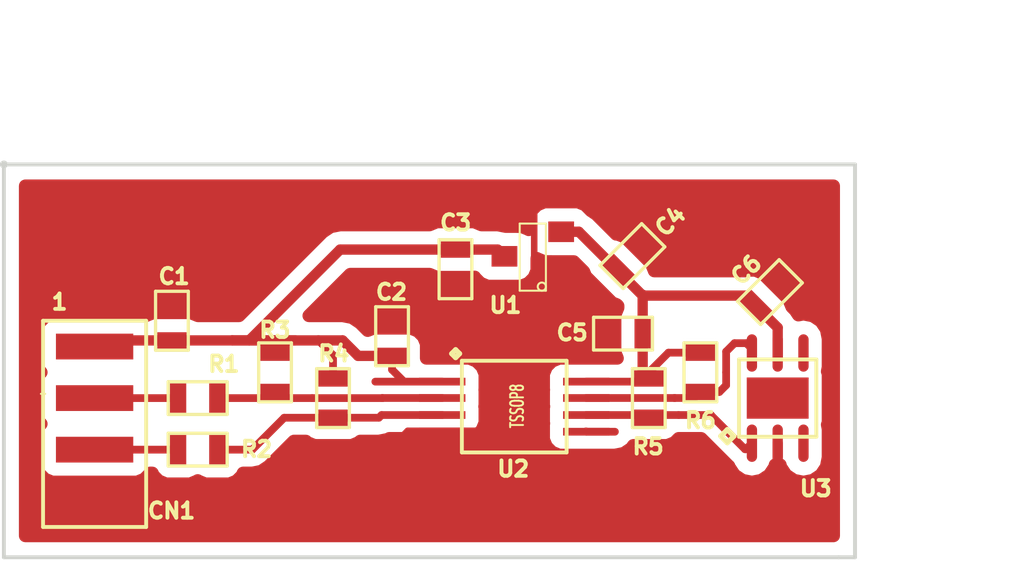
<source format=kicad_pcb>
(kicad_pcb (version 3) (host pcbnew "(2013-07-07 BZR 4022)-stable")

  (general
    (links 9)
    (no_connects 0)
    (area 27.341428 77.160001 216.498573 126.65)
    (thickness 1.6)
    (drawings 17)
    (tracks 81)
    (zones 0)
    (modules 16)
    (nets 2)
  )

  (page A4)
  (layers
    (15 Gorna signal)
    (0 Dolna signal)
    (16 Kleju_Dolna user)
    (17 Kleju_Gorna user)
    (18 Pasty_Dolna user)
    (19 Pasty_Gorna user)
    (20 Opisowa_Dolna user)
    (21 Opisowa_Gorna user)
    (22 Maski_Dolna user)
    (23 Maski_Gorna user)
    (24 Rysunkowa user)
    (25 Komentarzy user)
    (26 ECO1 user)
    (27 ECO2 user)
    (28 Krawedziowa user)
  )

  (setup
    (last_trace_width 0.254)
    (user_trace_width 0.3)
    (user_trace_width 0.35)
    (user_trace_width 0.4)
    (trace_clearance 0.254)
    (zone_clearance 0.508)
    (zone_45_only no)
    (trace_min 0.254)
    (segment_width 0.2)
    (edge_width 0.15)
    (via_size 0.889)
    (via_drill 0.635)
    (via_min_size 0.889)
    (via_min_drill 0.508)
    (uvia_size 0.508)
    (uvia_drill 0.127)
    (uvias_allowed no)
    (uvia_min_size 0.508)
    (uvia_min_drill 0.127)
    (pcb_text_width 0.3)
    (pcb_text_size 1.5 1.5)
    (mod_edge_width 0.15)
    (mod_text_size 1.5 1.5)
    (mod_text_width 0.15)
    (pad_size 1.45 0.4)
    (pad_drill 0)
    (pad_to_mask_clearance 0.1)
    (aux_axis_origin 30.48 83.185)
    (visible_elements 7FFFFFFF)
    (pcbplotparams
      (layerselection 278953984)
      (usegerberextensions true)
      (excludeedgelayer true)
      (linewidth 0.020000)
      (plotframeref false)
      (viasonmask false)
      (mode 1)
      (useauxorigin true)
      (hpglpennumber 1)
      (hpglpenspeed 20)
      (hpglpendiameter 15)
      (hpglpenoverlay 2)
      (psnegative false)
      (psa4output false)
      (plotreference true)
      (plotvalue true)
      (plotothertext true)
      (plotinvisibletext false)
      (padsonsilk false)
      (subtractmaskfromsilk true)
      (outputformat 1)
      (mirror false)
      (drillshape 0)
      (scaleselection 1)
      (outputdirectory clock_temperature_board/))
  )

  (net 0 "")
  (net 1 N-000001)

  (net_class Default "To jest domyślna klasa połączeń."
    (clearance 0.254)
    (trace_width 0.254)
    (via_dia 0.889)
    (via_drill 0.635)
    (uvia_dia 0.508)
    (uvia_drill 0.127)
    (add_net "")
    (add_net N-000001)
  )

  (module termometer_connector (layer Gorna) (tedit 59F4BAFE) (tstamp 59D9F436)
    (at 34 93.25)
    (descr "Connecteurs 1 pin")
    (tags "CONN DEV")
    (fp_text reference T (at -2 -1) (layer Opisowa_Gorna)
      (effects (font (size 0.3 0.3) (thickness 0.075)))
    )
    (fp_text value CN1 (at 2.9824 3.3716) (layer Opisowa_Gorna)
      (effects (font (size 0.6 0.6) (thickness 0.15)))
    )
    (fp_line (start -2 4) (end 2 4) (layer Opisowa_Gorna) (width 0.15))
    (fp_line (start 2 4) (end 2 -4) (layer Opisowa_Gorna) (width 0.15))
    (fp_line (start 2 -4) (end -2 -4) (layer Opisowa_Gorna) (width 0.15))
    (fp_line (start -2 -4) (end -2 4) (layer Opisowa_Gorna) (width 0.15))
    (pad 1 smd rect (at 0 -3) (size 3 1)
      (layers Gorna Pasty_Gorna Maski_Gorna)
    )
    (pad 2 smd rect (at 0 -1) (size 3 1)
      (layers Gorna Pasty_Gorna Maski_Gorna)
    )
    (pad 3 smd rect (at 0 1) (size 3 1)
      (layers Gorna Pasty_Gorna Maski_Gorna)
    )
    (pad 4 smd rect (at 0 3) (size 3 1)
      (layers Gorna Pasty_Gorna Maski_Gorna)
      (net 1 N-000001)
    )
  )

  (module SM0603 (layer Gorna) (tedit 59F4BADD) (tstamp 59DA523B)
    (at 37 89.25 90)
    (attr smd)
    (fp_text reference SM0603 (at 0 0 90) (layer Opisowa_Gorna) hide
      (effects (font (size 0.508 0.4572) (thickness 0.1143)))
    )
    (fp_text value C1 (at 1.7216 0.084 180) (layer Opisowa_Gorna)
      (effects (font (size 0.6 0.6) (thickness 0.15)))
    )
    (fp_line (start -1.143 -0.635) (end 1.143 -0.635) (layer Opisowa_Gorna) (width 0.127))
    (fp_line (start 1.143 -0.635) (end 1.143 0.635) (layer Opisowa_Gorna) (width 0.127))
    (fp_line (start 1.143 0.635) (end -1.143 0.635) (layer Opisowa_Gorna) (width 0.127))
    (fp_line (start -1.143 0.635) (end -1.143 -0.635) (layer Opisowa_Gorna) (width 0.127))
    (pad 1 smd rect (at -0.762 0 90) (size 0.635 1.143)
      (layers Gorna Pasty_Gorna Maski_Gorna)
    )
    (pad 2 smd rect (at 0.762 0 90) (size 0.635 1.143)
      (layers Gorna Pasty_Gorna Maski_Gorna)
      (net 1 N-000001)
    )
    (model smd\resistors\R0603.wrl
      (at (xyz 0 0 0.001))
      (scale (xyz 0.5 0.5 0.5))
      (rotate (xyz 0 0 0))
    )
  )

  (module TSSOP8 (layer Gorna) (tedit 59F4BB9C) (tstamp 59DAB041)
    (at 50.28 92.58 270)
    (attr smd)
    (fp_text reference TSSOP8 (at -0.0224 -0.1136 270) (layer Opisowa_Gorna)
      (effects (font (size 0.5 0.3) (thickness 0.075)))
    )
    (fp_text value U2 (at 2.416 0.0388 360) (layer Opisowa_Gorna)
      (effects (font (size 0.6 0.6) (thickness 0.15)))
    )
    (fp_line (start -1.778 -2.032) (end 1.778 -2.032) (layer Opisowa_Gorna) (width 0.15))
    (fp_line (start 1.778 -2.032) (end 1.778 2.032) (layer Opisowa_Gorna) (width 0.15))
    (fp_line (start 1.778 2.032) (end -1.778 2.032) (layer Opisowa_Gorna) (width 0.15))
    (fp_line (start -1.778 2.032) (end -1.778 -2.032) (layer Opisowa_Gorna) (width 0.15))
    (pad 1 smd rect (at -0.9685 2.794 270) (size 0.29972 1.8)
      (layers Gorna Pasty_Gorna Maski_Gorna)
    )
    (pad 2 smd rect (at -0.3335 2.794 270) (size 0.29972 1.8)
      (layers Gorna Pasty_Gorna Maski_Gorna)
    )
    (pad 3 smd rect (at 0.3269 2.794 270) (size 0.29972 1.8)
      (layers Gorna Pasty_Gorna Maski_Gorna)
    )
    (pad 4 smd rect (at 0.9619 2.794 270) (size 0.29972 1.8)
      (layers Gorna Pasty_Gorna Maski_Gorna)
      (net 1 N-000001)
    )
    (pad 5 smd rect (at 0.9746 -2.794 270) (size 0.29972 1.8)
      (layers Gorna Pasty_Gorna Maski_Gorna)
    )
    (pad 6 smd rect (at 0.3269 -2.794 270) (size 0.29972 1.8)
      (layers Gorna Pasty_Gorna Maski_Gorna)
    )
    (pad 7 smd rect (at -0.3335 -2.794 270) (size 0.29972 1.8)
      (layers Gorna Pasty_Gorna Maski_Gorna)
    )
    (pad 8 smd rect (at -0.9685 -2.794 270) (size 0.29972 1.8)
      (layers Gorna Pasty_Gorna Maski_Gorna)
    )
    (model smd\smd_dil\tssop-14.wrl
      (at (xyz 0 0 0))
      (scale (xyz 1 1 1))
      (rotate (xyz 0 0 0))
    )
  )

  (module SM0603 (layer Gorna) (tedit 59F4BAE6) (tstamp 59DAB05A)
    (at 38 92.25)
    (attr smd)
    (fp_text reference SM0603 (at 0 0) (layer Opisowa_Gorna) hide
      (effects (font (size 0.508 0.4572) (thickness 0.1143)))
    )
    (fp_text value R1 (at 1.0144 -1.318) (layer Opisowa_Gorna)
      (effects (font (size 0.6 0.6) (thickness 0.15)))
    )
    (fp_line (start -1.143 -0.635) (end 1.143 -0.635) (layer Opisowa_Gorna) (width 0.127))
    (fp_line (start 1.143 -0.635) (end 1.143 0.635) (layer Opisowa_Gorna) (width 0.127))
    (fp_line (start 1.143 0.635) (end -1.143 0.635) (layer Opisowa_Gorna) (width 0.127))
    (fp_line (start -1.143 0.635) (end -1.143 -0.635) (layer Opisowa_Gorna) (width 0.127))
    (pad 1 smd rect (at -0.762 0) (size 0.635 1.143)
      (layers Gorna Pasty_Gorna Maski_Gorna)
    )
    (pad 2 smd rect (at 0.762 0) (size 0.635 1.143)
      (layers Gorna Pasty_Gorna Maski_Gorna)
    )
    (model smd\resistors\R0603.wrl
      (at (xyz 0 0 0.001))
      (scale (xyz 0.5 0.5 0.5))
      (rotate (xyz 0 0 0))
    )
  )

  (module SM0603 (layer Gorna) (tedit 59F4BB09) (tstamp 59DAB06D)
    (at 38 94.25)
    (attr smd)
    (fp_text reference SM0603 (at 0 0) (layer Opisowa_Gorna) hide
      (effects (font (size 0.508 0.4572) (thickness 0.1143)))
    )
    (fp_text value R2 (at 2.2844 -0.016) (layer Opisowa_Gorna)
      (effects (font (size 0.6 0.6) (thickness 0.15)))
    )
    (fp_line (start -1.143 -0.635) (end 1.143 -0.635) (layer Opisowa_Gorna) (width 0.127))
    (fp_line (start 1.143 -0.635) (end 1.143 0.635) (layer Opisowa_Gorna) (width 0.127))
    (fp_line (start 1.143 0.635) (end -1.143 0.635) (layer Opisowa_Gorna) (width 0.127))
    (fp_line (start -1.143 0.635) (end -1.143 -0.635) (layer Opisowa_Gorna) (width 0.127))
    (pad 1 smd rect (at -0.762 0) (size 0.635 1.143)
      (layers Gorna Pasty_Gorna Maski_Gorna)
    )
    (pad 2 smd rect (at 0.762 0) (size 0.635 1.143)
      (layers Gorna Pasty_Gorna Maski_Gorna)
    )
    (model smd\resistors\R0603.wrl
      (at (xyz 0 0 0.001))
      (scale (xyz 0.5 0.5 0.5))
      (rotate (xyz 0 0 0))
    )
  )

  (module SM0603 (layer Gorna) (tedit 59F4BB3D) (tstamp 59DAB084)
    (at 41 91.25 90)
    (attr smd)
    (fp_text reference SM0603 (at 0 0 90) (layer Opisowa_Gorna) hide
      (effects (font (size 0.508 0.4572) (thickness 0.1143)))
    )
    (fp_text value R3 (at 1.6388 -0.0044 180) (layer Opisowa_Gorna)
      (effects (font (size 0.6 0.6) (thickness 0.15)))
    )
    (fp_line (start -1.143 -0.635) (end 1.143 -0.635) (layer Opisowa_Gorna) (width 0.127))
    (fp_line (start 1.143 -0.635) (end 1.143 0.635) (layer Opisowa_Gorna) (width 0.127))
    (fp_line (start 1.143 0.635) (end -1.143 0.635) (layer Opisowa_Gorna) (width 0.127))
    (fp_line (start -1.143 0.635) (end -1.143 -0.635) (layer Opisowa_Gorna) (width 0.127))
    (pad 1 smd rect (at -0.762 0 90) (size 0.635 1.143)
      (layers Gorna Pasty_Gorna Maski_Gorna)
    )
    (pad 2 smd rect (at 0.762 0 90) (size 0.635 1.143)
      (layers Gorna Pasty_Gorna Maski_Gorna)
    )
    (model smd\resistors\R0603.wrl
      (at (xyz 0 0 0.001))
      (scale (xyz 0.5 0.5 0.5))
      (rotate (xyz 0 0 0))
    )
  )

  (module SM0603 (layer Gorna) (tedit 59F4BB6E) (tstamp 59DAB0E2)
    (at 43.25 92.25 90)
    (attr smd)
    (fp_text reference SM0603 (at 0 0 90) (layer Opisowa_Gorna) hide
      (effects (font (size 0.508 0.4572) (thickness 0.1143)))
    )
    (fp_text value R4 (at 1.7244 0.0316 180) (layer Opisowa_Gorna)
      (effects (font (size 0.6 0.6) (thickness 0.15)))
    )
    (fp_line (start -1.143 -0.635) (end 1.143 -0.635) (layer Opisowa_Gorna) (width 0.127))
    (fp_line (start 1.143 -0.635) (end 1.143 0.635) (layer Opisowa_Gorna) (width 0.127))
    (fp_line (start 1.143 0.635) (end -1.143 0.635) (layer Opisowa_Gorna) (width 0.127))
    (fp_line (start -1.143 0.635) (end -1.143 -0.635) (layer Opisowa_Gorna) (width 0.127))
    (pad 1 smd rect (at -0.762 0 90) (size 0.635 1.143)
      (layers Gorna Pasty_Gorna Maski_Gorna)
    )
    (pad 2 smd rect (at 0.762 0 90) (size 0.635 1.143)
      (layers Gorna Pasty_Gorna Maski_Gorna)
    )
    (model smd\resistors\R0603.wrl
      (at (xyz 0 0 0.001))
      (scale (xyz 0.5 0.5 0.5))
      (rotate (xyz 0 0 0))
    )
  )

  (module SM0603 (layer Gorna) (tedit 59F4BBC8) (tstamp 59DAB150)
    (at 45.54 89.85 90)
    (attr smd)
    (fp_text reference SM0603 (at 0 0 90) (layer Opisowa_Gorna) hide
      (effects (font (size 0.508 0.4572) (thickness 0.1143)))
    )
    (fp_text value C2 (at 1.712 -0.0232 180) (layer Opisowa_Gorna)
      (effects (font (size 0.6 0.6) (thickness 0.15)))
    )
    (fp_line (start -1.143 -0.635) (end 1.143 -0.635) (layer Opisowa_Gorna) (width 0.127))
    (fp_line (start 1.143 -0.635) (end 1.143 0.635) (layer Opisowa_Gorna) (width 0.127))
    (fp_line (start 1.143 0.635) (end -1.143 0.635) (layer Opisowa_Gorna) (width 0.127))
    (fp_line (start -1.143 0.635) (end -1.143 -0.635) (layer Opisowa_Gorna) (width 0.127))
    (pad 1 smd rect (at -0.762 0 90) (size 0.635 1.143)
      (layers Gorna Pasty_Gorna Maski_Gorna)
    )
    (pad 2 smd rect (at 0.762 0 90) (size 0.635 1.143)
      (layers Gorna Pasty_Gorna Maski_Gorna)
      (net 1 N-000001)
    )
    (model smd\resistors\R0603.wrl
      (at (xyz 0 0 0.001))
      (scale (xyz 0.5 0.5 0.5))
      (rotate (xyz 0 0 0))
    )
  )

  (module SOT23 (layer Gorna) (tedit 59F4BC3D) (tstamp 59DB6DC1)
    (at 51 86.75 90)
    (tags SOT23)
    (fp_text reference SOT23 (at 1.99898 -0.09906 180) (layer Opisowa_Gorna) hide
      (effects (font (size 0.762 0.762) (thickness 0.11938)))
    )
    (fp_text value U1 (at -1.896 -1.0636 180) (layer Opisowa_Gorna)
      (effects (font (size 0.6 0.6) (thickness 0.15)))
    )
    (fp_circle (center -1.17602 0.35052) (end -1.30048 0.44958) (layer Opisowa_Gorna) (width 0.07874))
    (fp_line (start 1.27 -0.508) (end 1.27 0.508) (layer Opisowa_Gorna) (width 0.07874))
    (fp_line (start -1.3335 -0.508) (end -1.3335 0.508) (layer Opisowa_Gorna) (width 0.07874))
    (fp_line (start 1.27 0.508) (end -1.3335 0.508) (layer Opisowa_Gorna) (width 0.07874))
    (fp_line (start -1.3335 -0.508) (end 1.27 -0.508) (layer Opisowa_Gorna) (width 0.07874))
    (pad 3 smd rect (at 0 -1.09982 90) (size 0.8001 1.00076)
      (layers Gorna Pasty_Gorna Maski_Gorna)
    )
    (pad 2 smd rect (at 0.9525 1.09982 90) (size 0.8001 1.00076)
      (layers Gorna Pasty_Gorna Maski_Gorna)
    )
    (pad 1 smd rect (at -0.9525 1.09982 90) (size 0.8001 1.00076)
      (layers Gorna Pasty_Gorna Maski_Gorna)
      (net 1 N-000001)
    )
    (model smd\SOT23_3.wrl
      (at (xyz 0 0 0))
      (scale (xyz 0.4 0.4 0.4))
      (rotate (xyz 0 0 180))
    )
  )

  (module SM0603 (layer Gorna) (tedit 59F4BC0B) (tstamp 59F50B5C)
    (at 48 87.25 90)
    (attr smd)
    (fp_text reference SM0603 (at 0 0 90) (layer Opisowa_Gorna) hide
      (effects (font (size 0.508 0.4572) (thickness 0.1143)))
    )
    (fp_text value C3 (at 1.8044 0.006 180) (layer Opisowa_Gorna)
      (effects (font (size 0.6 0.6) (thickness 0.15)))
    )
    (fp_line (start -1.143 -0.635) (end 1.143 -0.635) (layer Opisowa_Gorna) (width 0.127))
    (fp_line (start 1.143 -0.635) (end 1.143 0.635) (layer Opisowa_Gorna) (width 0.127))
    (fp_line (start 1.143 0.635) (end -1.143 0.635) (layer Opisowa_Gorna) (width 0.127))
    (fp_line (start -1.143 0.635) (end -1.143 -0.635) (layer Opisowa_Gorna) (width 0.127))
    (pad 1 smd rect (at -0.762 0 90) (size 0.635 1.143)
      (layers Gorna Pasty_Gorna Maski_Gorna)
      (net 1 N-000001)
    )
    (pad 2 smd rect (at 0.762 0 90) (size 0.635 1.143)
      (layers Gorna Pasty_Gorna Maski_Gorna)
    )
    (model smd\resistors\R0603.wrl
      (at (xyz 0 0 0.001))
      (scale (xyz 0.5 0.5 0.5))
      (rotate (xyz 0 0 0))
    )
  )

  (module SM0603 (layer Gorna) (tedit 59F4BC7B) (tstamp 59DB6E9D)
    (at 55.5 92.25 90)
    (attr smd)
    (fp_text reference SM0603 (at 0 0 90) (layer Opisowa_Gorna) hide
      (effects (font (size 0.508 0.4572) (thickness 0.1143)))
    )
    (fp_text value R5 (at -1.8824 -0.0264 180) (layer Opisowa_Gorna)
      (effects (font (size 0.6 0.6) (thickness 0.15)))
    )
    (fp_line (start -1.143 -0.635) (end 1.143 -0.635) (layer Opisowa_Gorna) (width 0.127))
    (fp_line (start 1.143 -0.635) (end 1.143 0.635) (layer Opisowa_Gorna) (width 0.127))
    (fp_line (start 1.143 0.635) (end -1.143 0.635) (layer Opisowa_Gorna) (width 0.127))
    (fp_line (start -1.143 0.635) (end -1.143 -0.635) (layer Opisowa_Gorna) (width 0.127))
    (pad 1 smd rect (at -0.762 0 90) (size 0.635 1.143)
      (layers Gorna Pasty_Gorna Maski_Gorna)
    )
    (pad 2 smd rect (at 0.762 0 90) (size 0.635 1.143)
      (layers Gorna Pasty_Gorna Maski_Gorna)
    )
    (model smd\resistors\R0603.wrl
      (at (xyz 0 0 0.001))
      (scale (xyz 0.5 0.5 0.5))
      (rotate (xyz 0 0 0))
    )
  )

  (module SM0603 (layer Gorna) (tedit 59F4BD07) (tstamp 59DB6EB0)
    (at 57.5 91.25 90)
    (attr smd)
    (fp_text reference SM0603 (at 0 0 90) (layer Opisowa_Gorna) hide
      (effects (font (size 0.508 0.4572) (thickness 0.1143)))
    )
    (fp_text value R6 (at -1.8664 0.0056 180) (layer Opisowa_Gorna)
      (effects (font (size 0.6 0.6) (thickness 0.15)))
    )
    (fp_line (start -1.143 -0.635) (end 1.143 -0.635) (layer Opisowa_Gorna) (width 0.127))
    (fp_line (start 1.143 -0.635) (end 1.143 0.635) (layer Opisowa_Gorna) (width 0.127))
    (fp_line (start 1.143 0.635) (end -1.143 0.635) (layer Opisowa_Gorna) (width 0.127))
    (fp_line (start -1.143 0.635) (end -1.143 -0.635) (layer Opisowa_Gorna) (width 0.127))
    (pad 1 smd rect (at -0.762 0 90) (size 0.635 1.143)
      (layers Gorna Pasty_Gorna Maski_Gorna)
    )
    (pad 2 smd rect (at 0.762 0 90) (size 0.635 1.143)
      (layers Gorna Pasty_Gorna Maski_Gorna)
    )
    (model smd\resistors\R0603.wrl
      (at (xyz 0 0 0.001))
      (scale (xyz 0.5 0.5 0.5))
      (rotate (xyz 0 0 0))
    )
  )

  (module SM0603 (layer Gorna) (tedit 59F4BCFC) (tstamp 59DB6EEC)
    (at 54.5 89.75)
    (attr smd)
    (fp_text reference SM0603 (at 0 0) (layer Opisowa_Gorna) hide
      (effects (font (size 0.508 0.4572) (thickness 0.1143)))
    )
    (fp_text value C5 (at -1.9728 -0.0372) (layer Opisowa_Gorna)
      (effects (font (size 0.6 0.6) (thickness 0.15)))
    )
    (fp_line (start -1.143 -0.635) (end 1.143 -0.635) (layer Opisowa_Gorna) (width 0.127))
    (fp_line (start 1.143 -0.635) (end 1.143 0.635) (layer Opisowa_Gorna) (width 0.127))
    (fp_line (start 1.143 0.635) (end -1.143 0.635) (layer Opisowa_Gorna) (width 0.127))
    (fp_line (start -1.143 0.635) (end -1.143 -0.635) (layer Opisowa_Gorna) (width 0.127))
    (pad 1 smd rect (at -0.762 0) (size 0.635 1.143)
      (layers Gorna Pasty_Gorna Maski_Gorna)
      (net 1 N-000001)
    )
    (pad 2 smd rect (at 0.762 0) (size 0.635 1.143)
      (layers Gorna Pasty_Gorna Maski_Gorna)
    )
    (model smd\resistors\R0603.wrl
      (at (xyz 0 0 0.001))
      (scale (xyz 0.5 0.5 0.5))
      (rotate (xyz 0 0 0))
    )
  )

  (module SM0603 (layer Gorna) (tedit 59F4BD38) (tstamp 59DB6F30)
    (at 60.198 88.138 45)
    (attr smd)
    (fp_text reference SM0603 (at 0 0 45) (layer Opisowa_Gorna) hide
      (effects (font (size 0.508 0.4572) (thickness 0.1143)))
    )
    (fp_text value C6 (at -0.035921 -1.257236 45) (layer Opisowa_Gorna)
      (effects (font (size 0.6 0.6) (thickness 0.15)))
    )
    (fp_line (start -1.143 -0.635) (end 1.143 -0.635) (layer Opisowa_Gorna) (width 0.127))
    (fp_line (start 1.143 -0.635) (end 1.143 0.635) (layer Opisowa_Gorna) (width 0.127))
    (fp_line (start 1.143 0.635) (end -1.143 0.635) (layer Opisowa_Gorna) (width 0.127))
    (fp_line (start -1.143 0.635) (end -1.143 -0.635) (layer Opisowa_Gorna) (width 0.127))
    (pad 1 smd rect (at -0.762 0 45) (size 0.635 1.143)
      (layers Gorna Pasty_Gorna Maski_Gorna)
    )
    (pad 2 smd rect (at 0.762 0 45) (size 0.635 1.143)
      (layers Gorna Pasty_Gorna Maski_Gorna)
      (net 1 N-000001)
    )
    (model smd\resistors\R0603.wrl
      (at (xyz 0 0 0.001))
      (scale (xyz 0.5 0.5 0.5))
      (rotate (xyz 0 0 0))
    )
  )

  (module SM0603 (layer Gorna) (tedit 59F4BCD3) (tstamp 59DB6FD0)
    (at 54.864 86.741 225)
    (attr smd)
    (fp_text reference SM0603 (at 0 0 225) (layer Opisowa_Gorna) hide
      (effects (font (size 0.508 0.4572) (thickness 0.1143)))
    )
    (fp_text value C4 (at -1.993617 -0.089803 225) (layer Opisowa_Gorna)
      (effects (font (size 0.6 0.6) (thickness 0.15)))
    )
    (fp_line (start -1.143 -0.635) (end 1.143 -0.635) (layer Opisowa_Gorna) (width 0.127))
    (fp_line (start 1.143 -0.635) (end 1.143 0.635) (layer Opisowa_Gorna) (width 0.127))
    (fp_line (start 1.143 0.635) (end -1.143 0.635) (layer Opisowa_Gorna) (width 0.127))
    (fp_line (start -1.143 0.635) (end -1.143 -0.635) (layer Opisowa_Gorna) (width 0.127))
    (pad 1 smd rect (at -0.761999 0 225) (size 0.635 1.143)
      (layers Gorna Pasty_Gorna Maski_Gorna)
      (net 1 N-000001)
    )
    (pad 2 smd rect (at 0.762 0 225) (size 0.635 1.143)
      (layers Gorna Pasty_Gorna Maski_Gorna)
    )
    (model smd\resistors\R0603.wrl
      (at (xyz 0 0 0.001))
      (scale (xyz 0.5 0.5 0.5))
      (rotate (xyz 0 0 0))
    )
  )

  (module DFN6 (layer Gorna) (tedit 59F4BD7D) (tstamp 59F50934)
    (at 60.5 92.25 90)
    (descr "Connecteurs 2 pins")
    (tags "CONN DEV")
    (fp_text reference DFN6 (at 0 -0.8 90) (layer Opisowa_Gorna) hide
      (effects (font (size 0.3 0.3) (thickness 0.075)))
    )
    (fp_text value U3 (at -3.508 1.476 180) (layer Opisowa_Gorna)
      (effects (font (size 0.6 0.6) (thickness 0.15)))
    )
    (fp_line (start 1.5 -1.5) (end 1.5 1.5) (layer Opisowa_Gorna) (width 0.15))
    (fp_line (start 1.5 1.5) (end -1.5 1.5) (layer Opisowa_Gorna) (width 0.15))
    (fp_line (start -1.5 1.5) (end -1.5 -1.5) (layer Opisowa_Gorna) (width 0.15))
    (fp_line (start -1.5 -1.5) (end 1.5 -1.5) (layer Opisowa_Gorna) (width 0.15))
    (pad 5 smd oval (at 1.75 0 90) (size 1.45 0.4)
      (layers Gorna Pasty_Gorna Maski_Gorna)
    )
    (pad 4 smd oval (at 1.75 1 90) (size 1.45 0.4)
      (layers Gorna Pasty_Gorna Maski_Gorna)
    )
    (pad 6 smd oval (at 1.75 -1 90) (size 1.45 0.4)
      (layers Gorna Pasty_Gorna Maski_Gorna)
    )
    (pad 1 smd oval (at -1.75 -1 90) (size 1.45 0.4)
      (layers Gorna Pasty_Gorna Maski_Gorna)
    )
    (pad 2 smd oval (at -1.75 0 90) (size 1.45 0.4)
      (layers Gorna Pasty_Gorna Maski_Gorna)
      (net 1 N-000001)
    )
    (pad 3 smd oval (at -1.75 1 90) (size 1.45 0.4)
      (layers Gorna Pasty_Gorna Maski_Gorna)
    )
    (pad 7 smd rect (at 0 0 90) (size 1.6 2.4)
      (layers Gorna Pasty_Gorna Maski_Gorna)
    )
  )

  (dimension 15.24 (width 0.3) (layer Komentarzy)
    (gr_text "15,240 mm" (at 67.389999 90.805 270) (layer Komentarzy)
      (effects (font (size 1.5 1.5) (thickness 0.3)))
    )
    (feature1 (pts (xy 63.5 98.425) (xy 68.739999 98.425)))
    (feature2 (pts (xy 63.5 83.185) (xy 68.739999 83.185)))
    (crossbar (pts (xy 66.039999 83.185) (xy 66.039999 98.425)))
    (arrow1a (pts (xy 66.039999 98.425) (xy 65.453579 97.298497)))
    (arrow1b (pts (xy 66.039999 98.425) (xy 66.626419 97.298497)))
    (arrow2a (pts (xy 66.039999 83.185) (xy 65.453579 84.311503)))
    (arrow2b (pts (xy 66.039999 83.185) (xy 66.626419 84.311503)))
  )
  (dimension 33.02 (width 0.3) (layer Komentarzy)
    (gr_text "33,020 mm" (at 46.99 78.660001) (layer Komentarzy)
      (effects (font (size 1.5 1.5) (thickness 0.3)))
    )
    (feature1 (pts (xy 63.5 83.185) (xy 63.5 77.310001)))
    (feature2 (pts (xy 30.48 83.185) (xy 30.48 77.310001)))
    (crossbar (pts (xy 30.48 80.010001) (xy 63.5 80.010001)))
    (arrow1a (pts (xy 63.5 80.010001) (xy 62.373497 80.596421)))
    (arrow1b (pts (xy 63.5 80.010001) (xy 62.373497 79.423581)))
    (arrow2a (pts (xy 30.48 80.010001) (xy 31.606503 80.596421)))
    (arrow2b (pts (xy 30.48 80.010001) (xy 31.606503 79.423581)))
  )
  (gr_line (start 63.5 98.425) (end 63.5 83.185) (angle 90) (layer Krawedziowa) (width 0.15))
  (gr_text 1 (at 32.639 88.519) (layer Opisowa_Gorna)
    (effects (font (size 0.6 0.6) (thickness 0.15)))
  )
  (gr_line (start 58.547 93.98) (end 58.293 93.726) (angle 90) (layer Opisowa_Gorna) (width 0.2))
  (gr_line (start 58.801 93.726) (end 58.547 93.98) (angle 90) (layer Opisowa_Gorna) (width 0.2))
  (gr_line (start 58.547 93.472) (end 58.801 93.726) (angle 90) (layer Opisowa_Gorna) (width 0.2))
  (gr_line (start 58.293 93.726) (end 58.547 93.472) (angle 90) (layer Opisowa_Gorna) (width 0.2))
  (target plus (at 30.48 83.185) (size 0.005) (width 0.15) (layer Krawedziowa))
  (gr_line (start 48.1584 90.5256) (end 48.006 90.678) (angle 90) (layer Opisowa_Gorna) (width 0.2))
  (gr_line (start 48.006 90.3732) (end 48.1584 90.5256) (angle 90) (layer Opisowa_Gorna) (width 0.2))
  (gr_line (start 47.8536 90.5256) (end 48.006 90.3732) (angle 90) (layer Opisowa_Gorna) (width 0.2))
  (gr_line (start 48.006 90.678) (end 47.8536 90.5256) (angle 90) (layer Opisowa_Gorna) (width 0.2))
  (gr_line (start 30.48 83.185) (end 30.48 98.425) (angle 90) (layer Krawedziowa) (width 0.15))
  (gr_line (start 63.5 83.185) (end 30.48 83.185) (angle 90) (layer Krawedziowa) (width 0.15))
  (gr_line (start 62.865 98.425) (end 63.5 98.425) (angle 90) (layer Krawedziowa) (width 0.15))
  (gr_line (start 30.48 98.425) (end 62.865 98.425) (angle 90) (layer Krawedziowa) (width 0.15))

  (segment (start 57.912 92.9069) (end 57.912 92.9132) (width 0.3) (layer Gorna) (net 0))
  (segment (start 59.266 94.234) (end 59.5 94) (width 0.3) (layer Gorna) (net 0) (tstamp 59F50982))
  (segment (start 59.2328 94.234) (end 59.266 94.234) (width 0.3) (layer Gorna) (net 0) (tstamp 59F50981))
  (segment (start 57.912 92.9132) (end 59.2328 94.234) (width 0.3) (layer Gorna) (net 0) (tstamp 59F50980))
  (segment (start 58.5 91.25) (end 58.5 90.4456) (width 0.3) (layer Gorna) (net 0))
  (segment (start 58.238 92.012) (end 58.5 91.75) (width 0.3) (layer Gorna) (net 0) (tstamp 59DB6ED5))
  (segment (start 58.5 91.75) (end 58.5 91.25) (width 0.3) (layer Gorna) (net 0) (tstamp 59DB6ED6))
  (segment (start 57.5 92.012) (end 58.238 92.012) (width 0.3) (layer Gorna) (net 0))
  (segment (start 59.5 90.3356) (end 59.5 90.5) (width 0.3) (layer Gorna) (net 0) (tstamp 59F50978))
  (segment (start 59.2836 90.1192) (end 59.5 90.3356) (width 0.3) (layer Gorna) (net 0) (tstamp 59F50977))
  (segment (start 58.8264 90.1192) (end 59.2836 90.1192) (width 0.3) (layer Gorna) (net 0) (tstamp 59F50976))
  (segment (start 58.5 90.4456) (end 58.8264 90.1192) (width 0.3) (layer Gorna) (net 0) (tstamp 59F50975))
  (segment (start 43.25 93.012) (end 41.354 93.012) (width 0.3) (layer Gorna) (net 0))
  (segment (start 41.354 93.012) (end 40.116 94.25) (width 0.3) (layer Gorna) (net 0) (tstamp 59F4999E))
  (segment (start 43.25 93.012) (end 45.028 93.012) (width 0.3) (layer Gorna) (net 0))
  (segment (start 45.1331 92.9069) (end 47.486 92.9069) (width 0.3) (layer Gorna) (net 0))
  (segment (start 45.028 93.012) (end 45.1331 92.9069) (width 0.3) (layer Gorna) (net 0) (tstamp 59F49999))
  (segment (start 55.262 88.274) (end 59.25637 88.274) (width 0.4) (layer Gorna) (net 0))
  (segment (start 59.25637 88.274) (end 59.659185 88.676815) (width 0.4) (layer Gorna) (net 0) (tstamp 59DB7023))
  (segment (start 60.5 90.75) (end 60.5 89.51763) (width 0.4) (layer Gorna) (net 0))
  (segment (start 60.5 89.51763) (end 59.659185 88.676815) (width 0.4) (layer Gorna) (net 0) (tstamp 59DB701F))
  (segment (start 54.614 87.626) (end 52.7855 85.7975) (width 0.4) (layer Gorna) (net 0))
  (segment (start 52.7855 85.7975) (end 52.09982 85.7975) (width 0.4) (layer Gorna) (net 0) (tstamp 59DB6FB1))
  (segment (start 55.262 88.274) (end 55.286 88.25) (width 0.4) (layer Gorna) (net 0))
  (segment (start 40 90.012) (end 43.524 86.488) (width 0.4) (layer Gorna) (net 0))
  (segment (start 43.524 86.488) (end 48 86.488) (width 0.4) (layer Gorna) (net 0) (tstamp 59DB6F0C))
  (segment (start 48 86.488) (end 49.63818 86.488) (width 0.4) (layer Gorna) (net 0))
  (segment (start 49.63818 86.488) (end 49.90018 86.75) (width 0.4) (layer Gorna) (net 0) (tstamp 59DB6F04))
  (segment (start 55.262 89.75) (end 55.262 88.274) (width 0.4) (layer Gorna) (net 0))
  (segment (start 55.262 88.274) (end 54.614 87.626) (width 0.4) (layer Gorna) (net 0) (tstamp 59DB6EFA))
  (segment (start 54.614 87.626) (end 54.5 87.512) (width 0.4) (layer Gorna) (net 0) (tstamp 59DB6FAF))
  (segment (start 55.262 89.75) (end 55.262 91.25) (width 0.4) (layer Gorna) (net 0))
  (segment (start 55.262 91.25) (end 55.5 91.488) (width 0.4) (layer Gorna) (net 0) (tstamp 59DB6EF7))
  (segment (start 55.5 91.488) (end 55.5 91.25) (width 0.3) (layer Gorna) (net 0))
  (segment (start 56.262 90.488) (end 57.5 90.488) (width 0.3) (layer Gorna) (net 0) (tstamp 59DB6EDF))
  (segment (start 55.5 91.25) (end 56.262 90.488) (width 0.3) (layer Gorna) (net 0) (tstamp 59DB6EDE))
  (segment (start 53.074 91.6115) (end 55.3765 91.6115) (width 0.3) (layer Gorna) (net 0))
  (segment (start 55.3765 91.6115) (end 55.5 91.488) (width 0.3) (layer Gorna) (net 0) (tstamp 59DB6EDB))
  (segment (start 56.6569 92.9069) (end 57.912 92.9069) (width 0.3) (layer Gorna) (net 0))
  (segment (start 53.074 92.9069) (end 56.6569 92.9069) (width 0.3) (layer Gorna) (net 0))
  (segment (start 56.5 92.2465) (end 57.2655 92.2465) (width 0.3) (layer Gorna) (net 0))
  (segment (start 57.2655 92.2465) (end 57.5 92.012) (width 0.3) (layer Gorna) (net 0) (tstamp 59DB6EBC))
  (segment (start 53.074 92.2465) (end 56.5 92.2465) (width 0.3) (layer Gorna) (net 0))
  (segment (start 56.5 92.2465) (end 56.5035 92.2465) (width 0.3) (layer Gorna) (net 0) (tstamp 59DB6EBA))
  (segment (start 39.34 90.012) (end 40 90.012) (width 0.4) (layer Gorna) (net 0))
  (segment (start 40 90.012) (end 41.788 90.012) (width 0.4) (layer Gorna) (net 0) (tstamp 59DB6F0A))
  (segment (start 43.25 91.488) (end 43.25 90.58) (width 0.3) (layer Gorna) (net 0))
  (segment (start 43.25 90.58) (end 42.682 90.012) (width 0.3) (layer Gorna) (net 0) (tstamp 59DAB183))
  (segment (start 41 90.488) (end 41 90.27) (width 0.3) (layer Gorna) (net 0))
  (segment (start 41 90.27) (end 41.258 90.012) (width 0.3) (layer Gorna) (net 0) (tstamp 59DAB17E))
  (segment (start 37 90.012) (end 39.34 90.012) (width 0.4) (layer Gorna) (net 0))
  (segment (start 39.34 90.012) (end 41.258 90.012) (width 0.4) (layer Gorna) (net 0) (tstamp 59DAB18D))
  (segment (start 41.258 90.012) (end 42.682 90.012) (width 0.4) (layer Gorna) (net 0) (tstamp 59DAB181))
  (segment (start 42.682 90.012) (end 43.622 90.012) (width 0.4) (layer Gorna) (net 0) (tstamp 59DAB186))
  (segment (start 44.222 90.612) (end 45.54 90.612) (width 0.4) (layer Gorna) (net 0) (tstamp 59DAB17B))
  (segment (start 43.622 90.012) (end 44.222 90.612) (width 0.4) (layer Gorna) (net 0) (tstamp 59DAB17A))
  (segment (start 45.54 90.612) (end 45.54 91.15) (width 0.3) (layer Gorna) (net 0))
  (segment (start 45.54 91.15) (end 46.0015 91.6115) (width 0.3) (layer Gorna) (net 0) (tstamp 59DAB175))
  (segment (start 47.486 91.6115) (end 46.0015 91.6115) (width 0.3) (layer Gorna) (net 0))
  (segment (start 46.0015 91.6115) (end 44.8915 91.6115) (width 0.3) (layer Gorna) (net 0) (tstamp 59DAB178))
  (segment (start 47.486 92.2465) (end 45.1631 92.2465) (width 0.3) (layer Gorna) (net 0))
  (segment (start 42.4418 92.25) (end 38.762 92.25) (width 0.3) (layer Gorna) (net 0))
  (segment (start 42.4418 92.25) (end 45.1596 92.25) (width 0.3) (layer Gorna) (net 0))
  (segment (start 45.1631 92.2465) (end 45.1596 92.25) (width 0.3) (layer Gorna) (net 0) (tstamp 59DAB138))
  (segment (start 38.762 94.25) (end 40.116 94.25) (width 0.3) (layer Gorna) (net 0))
  (segment (start 37.238 94.25) (end 34 94.25) (width 0.3) (layer Gorna) (net 0))
  (segment (start 37.238 92.25) (end 34 92.25) (width 0.3) (layer Gorna) (net 0))
  (segment (start 37 90.012) (end 34.238 90.012) (width 0.4) (layer Gorna) (net 0))
  (segment (start 34.238 90.012) (end 34 90.25) (width 0.4) (layer Gorna) (net 0) (tstamp 59DA5246))
  (segment (start 53.0613 93.5419) (end 53.074 93.5546) (width 0.3) (layer Gorna) (net 0) (tstamp 59DB7059))
  (segment (start 53.074 93.5546) (end 54.1846 93.5546) (width 0.3) (layer Gorna) (net 0))
  (segment (start 47.486 93.5419) (end 49.5109 93.5419) (width 0.3) (layer Gorna) (net 1))
  (segment (start 49.5109 93.5419) (end 49.6824 93.3704) (width 0.3) (layer Gorna) (net 1) (tstamp 59F50996))
  (segment (start 60.5 94) (end 60.5 95.7044) (width 0.4) (layer Gorna) (net 1))
  (segment (start 60.5028 95.7072) (end 60.5028 95.758) (width 0.4) (layer Gorna) (net 1) (tstamp 59F50991))
  (segment (start 60.5 95.7044) (end 60.5028 95.7072) (width 0.4) (layer Gorna) (net 1) (tstamp 59F50990))
  (segment (start 47.486 93.5419) (end 46.1581 93.5419) (width 0.3) (layer Gorna) (net 1))
  (segment (start 46.1581 93.5419) (end 45.72 93.98) (width 0.3) (layer Gorna) (net 1) (tstamp 59DB7056))
  (segment (start 52.09982 87.7025) (end 51.8885 87.7025) (width 0.254) (layer Gorna) (net 1))
  (segment (start 51.054 86.868) (end 51.054 84.963) (width 0.254) (layer Gorna) (net 1) (tstamp 59DB703A))
  (segment (start 51.8885 87.7025) (end 51.054 86.868) (width 0.254) (layer Gorna) (net 1) (tstamp 59DB7039))

  (zone (net 1) (net_name N-000001) (layer Gorna) (tstamp 59F5A061) (hatch edge 0.508)
    (connect_pads yes (clearance 0.508))
    (min_thickness 0.50038)
    (fill (arc_segments 16) (thermal_gap 0.508) (thermal_bridge_width 0.508))
    (polygon
      (pts
        (xy 63.5 98.425) (xy 30.48 98.425) (xy 30.48 83.185) (xy 63.5 83.185)
      )
    )
    (polygon
      (pts        (xy 60.9092 94.5896) (xy 60.9092 93.472) (xy 60.0456 93.472) (xy 60.0456 94.5896)
      )
    )
    (filled_polygon
      (pts
        (xy 62.66681 97.59181) (xy 62.458321 97.59181) (xy 62.458321 92.899848) (xy 62.458321 91.299848) (xy 62.425229 91.21976)
        (xy 62.45819 91.054057) (xy 62.45819 89.945943) (xy 62.385252 89.57926) (xy 62.177543 89.2684) (xy 61.866683 89.060691)
        (xy 61.5 88.987753) (xy 61.302464 89.027045) (xy 61.302463 89.027045) (xy 61.177543 88.840087) (xy 61.177539 88.840084)
        (xy 61.04612 88.708665) (xy 61.046123 88.706268) (xy 60.93094 88.427501) (xy 60.717843 88.214033) (xy 59.90962 87.40581)
        (xy 59.631055 87.290139) (xy 59.329428 87.289877) (xy 59.263319 87.317192) (xy 59.25637 87.31581) (xy 55.712117 87.31581)
        (xy 55.712123 87.309268) (xy 55.59694 87.030501) (xy 55.383843 86.817033) (xy 54.57562 86.00881) (xy 54.297055 85.893139)
        (xy 54.236171 85.893086) (xy 53.463043 85.119957) (xy 53.245976 84.974918) (xy 53.245975 84.974917) (xy 53.243337 84.968531)
        (xy 53.03024 84.755063) (xy 52.751675 84.639392) (xy 52.450048 84.639129) (xy 51.449288 84.639129) (xy 51.170521 84.754313)
        (xy 50.957053 84.96741) (xy 50.841382 85.245975) (xy 50.841119 85.547602) (xy 50.841119 85.7181) (xy 50.8306 85.707563)
        (xy 50.552035 85.591892) (xy 50.250408 85.591629) (xy 49.948965 85.591629) (xy 49.63818 85.52981) (xy 49.003234 85.52981)
        (xy 49.00154 85.528113) (xy 48.722975 85.412442) (xy 48.421348 85.412179) (xy 47.278348 85.412179) (xy 46.999581 85.527363)
        (xy 46.997129 85.52981) (xy 43.524 85.52981) (xy 43.157317 85.602748) (xy 42.846457 85.810457) (xy 42.846454 85.81046)
        (xy 39.603104 89.05381) (xy 39.34 89.05381) (xy 38.003234 89.05381) (xy 38.00154 89.052113) (xy 37.722975 88.936442)
        (xy 37.421348 88.936179) (xy 36.278348 88.936179) (xy 35.999581 89.051363) (xy 35.997129 89.05381) (xy 35.800468 89.05381)
        (xy 35.651475 88.991942) (xy 35.349848 88.991679) (xy 32.349848 88.991679) (xy 32.071081 89.106863) (xy 31.857613 89.31996)
        (xy 31.741942 89.598525) (xy 31.741679 89.900152) (xy 31.741679 90.900152) (xy 31.856863 91.178919) (xy 31.927757 91.249937)
        (xy 31.857613 91.31996) (xy 31.741942 91.598525) (xy 31.741679 91.900152) (xy 31.741679 92.900152) (xy 31.856863 93.178919)
        (xy 31.927757 93.249937) (xy 31.857613 93.31996) (xy 31.741942 93.598525) (xy 31.741679 93.900152) (xy 31.741679 94.900152)
        (xy 31.856863 95.178919) (xy 32.06996 95.392387) (xy 32.348525 95.508058) (xy 32.650152 95.508321) (xy 35.650152 95.508321)
        (xy 35.928919 95.393137) (xy 36.142387 95.18004) (xy 36.151459 95.15819) (xy 36.239254 95.15819) (xy 36.277363 95.250419)
        (xy 36.49046 95.463887) (xy 36.769025 95.579558) (xy 37.070652 95.579821) (xy 37.705652 95.579821) (xy 37.984419 95.464637)
        (xy 37.99984 95.449242) (xy 38.01446 95.463887) (xy 38.293025 95.579558) (xy 38.594652 95.579821) (xy 39.229652 95.579821)
        (xy 39.508419 95.464637) (xy 39.721887 95.25154) (xy 39.760649 95.15819) (xy 40.116 95.15819) (xy 40.463549 95.089058)
        (xy 40.758187 94.892187) (xy 41.730184 93.92019) (xy 42.196852 93.92019) (xy 42.24846 93.971887) (xy 42.527025 94.087558)
        (xy 42.828652 94.087821) (xy 43.971652 94.087821) (xy 44.250419 93.972637) (xy 44.302957 93.92019) (xy 45.028 93.92019)
        (xy 45.375549 93.851058) (xy 45.429378 93.81509) (xy 47.486 93.81509) (xy 47.486045 93.815081) (xy 48.536152 93.815081)
        (xy 48.814919 93.699897) (xy 49.028387 93.4868) (xy 49.144058 93.208235) (xy 49.144321 92.906608) (xy 49.144321 92.606888)
        (xy 49.131959 92.576971) (xy 49.144058 92.547835) (xy 49.144321 92.246208) (xy 49.144321 91.946488) (xy 49.13722 91.929302)
        (xy 49.144058 91.912835) (xy 49.144321 91.611208) (xy 49.144321 91.311488) (xy 49.029137 91.032721) (xy 48.81604 90.819253)
        (xy 48.537475 90.703582) (xy 48.235848 90.703319) (xy 47.486045 90.703319) (xy 47.486 90.70331) (xy 46.869821 90.70331)
        (xy 46.869821 90.144348) (xy 46.754637 89.865581) (xy 46.54154 89.652113) (xy 46.262975 89.536442) (xy 45.961348 89.536179)
        (xy 44.818348 89.536179) (xy 44.593974 89.628888) (xy 44.299543 89.334457) (xy 43.988684 89.126748) (xy 43.622 89.05381)
        (xy 42.682 89.05381) (xy 42.313275 89.05381) (xy 43.920895 87.44619) (xy 46.996765 87.44619) (xy 46.99846 87.447887)
        (xy 47.277025 87.563558) (xy 47.578652 87.563821) (xy 48.721652 87.563821) (xy 48.746211 87.553673) (xy 48.756663 87.578969)
        (xy 48.96976 87.792437) (xy 49.248325 87.908108) (xy 49.549952 87.908371) (xy 50.550712 87.908371) (xy 50.829479 87.793187)
        (xy 51.042947 87.58009) (xy 51.158618 87.301525) (xy 51.158881 86.999898) (xy 51.158881 86.829399) (xy 51.1694 86.839937)
        (xy 51.447965 86.955608) (xy 51.749592 86.955871) (xy 52.588785 86.955871) (xy 52.976952 87.344038) (xy 53.05343 87.529129)
        (xy 53.266527 87.742597) (xy 54.07475 88.55082) (xy 54.261124 88.628209) (xy 54.30381 88.670895) (xy 54.30381 88.746765)
        (xy 54.302113 88.74846) (xy 54.186442 89.027025) (xy 54.186179 89.328652) (xy 54.186179 90.471652) (xy 54.281897 90.70331)
        (xy 53.074 90.70331) (xy 53.073954 90.703319) (xy 52.023848 90.703319) (xy 51.745081 90.818503) (xy 51.531613 91.0316)
        (xy 51.415942 91.310165) (xy 51.415679 91.611792) (xy 51.415679 91.911512) (xy 51.422779 91.928697) (xy 51.415942 91.945165)
        (xy 51.415679 92.246792) (xy 51.415679 92.546512) (xy 51.42804 92.576428) (xy 51.415942 92.605565) (xy 51.415679 92.907192)
        (xy 51.415679 93.206912) (xy 51.42541 93.230463) (xy 51.415942 93.253265) (xy 51.415679 93.554892) (xy 51.415679 93.854612)
        (xy 51.530863 94.133379) (xy 51.74396 94.346847) (xy 52.022525 94.462518) (xy 52.324152 94.462781) (xy 53.073954 94.462781)
        (xy 53.073959 94.462781) (xy 53.074 94.46279) (xy 54.1846 94.46279) (xy 54.532149 94.393658) (xy 54.826787 94.196787)
        (xy 54.8997 94.087664) (xy 55.078652 94.087821) (xy 56.221652 94.087821) (xy 56.500419 93.972637) (xy 56.65824 93.81509)
        (xy 57.529515 93.81509) (xy 58.590612 94.876187) (xy 58.590613 94.876187) (xy 58.608226 94.887956) (xy 58.608227 94.887957)
        (xy 58.614748 94.92074) (xy 58.822457 95.2316) (xy 59.133317 95.439309) (xy 59.5 95.512247) (xy 59.866683 95.439309)
        (xy 60.177543 95.2316) (xy 60.385252 94.92074) (xy 60.401354 94.83979) (xy 60.598645 94.83979) (xy 60.614748 94.92074)
        (xy 60.822457 95.2316) (xy 61.133317 95.439309) (xy 61.15939 95.444495) (xy 61.5 95.512247) (xy 61.866683 95.439309)
        (xy 62.177543 95.2316) (xy 62.385252 94.92074) (xy 62.45819 94.554057) (xy 62.45819 93.445943) (xy 62.425269 93.280438)
        (xy 62.458058 93.201475) (xy 62.458321 92.899848) (xy 62.458321 97.59181) (xy 61.15939 97.59181) (xy 31.31319 97.59181)
        (xy 31.31319 84.01819) (xy 62.66681 84.01819) (xy 62.66681 97.59181)
      )
    )
  )
)

</source>
